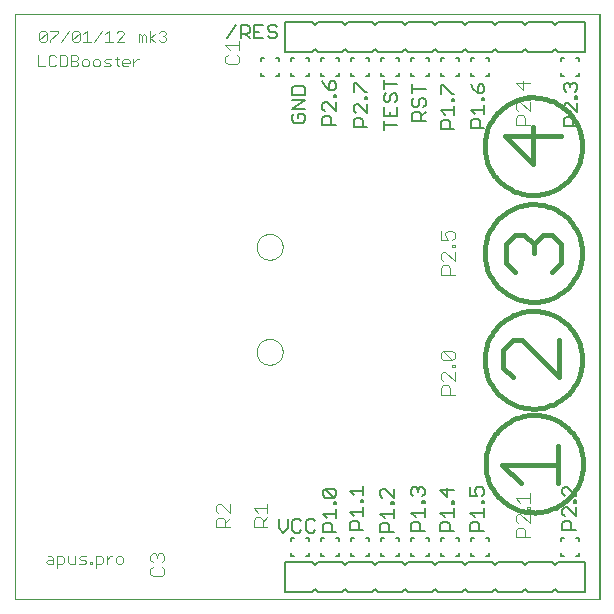
<source format=gto>
G75*
G70*
%OFA0B0*%
%FSLAX24Y24*%
%IPPOS*%
%LPD*%
%AMOC8*
5,1,8,0,0,1.08239X$1,22.5*
%
%ADD10C,0.0000*%
%ADD11C,0.0160*%
%ADD12C,0.0030*%
%ADD13C,0.0040*%
%ADD14C,0.0050*%
%ADD15C,0.0060*%
D10*
X000500Y000750D02*
X020000Y000750D01*
X020000Y020250D01*
X000500Y020250D01*
X000500Y000750D01*
X000500Y020246D01*
X019994Y020246D01*
X019994Y000750D01*
X000500Y000750D01*
X008567Y009000D02*
X008569Y009041D01*
X008575Y009082D01*
X008585Y009122D01*
X008598Y009161D01*
X008615Y009198D01*
X008636Y009234D01*
X008660Y009268D01*
X008687Y009299D01*
X008716Y009327D01*
X008749Y009353D01*
X008783Y009375D01*
X008820Y009394D01*
X008858Y009409D01*
X008898Y009421D01*
X008938Y009429D01*
X008979Y009433D01*
X009021Y009433D01*
X009062Y009429D01*
X009102Y009421D01*
X009142Y009409D01*
X009180Y009394D01*
X009216Y009375D01*
X009251Y009353D01*
X009284Y009327D01*
X009313Y009299D01*
X009340Y009268D01*
X009364Y009234D01*
X009385Y009198D01*
X009402Y009161D01*
X009415Y009122D01*
X009425Y009082D01*
X009431Y009041D01*
X009433Y009000D01*
X009431Y008959D01*
X009425Y008918D01*
X009415Y008878D01*
X009402Y008839D01*
X009385Y008802D01*
X009364Y008766D01*
X009340Y008732D01*
X009313Y008701D01*
X009284Y008673D01*
X009251Y008647D01*
X009217Y008625D01*
X009180Y008606D01*
X009142Y008591D01*
X009102Y008579D01*
X009062Y008571D01*
X009021Y008567D01*
X008979Y008567D01*
X008938Y008571D01*
X008898Y008579D01*
X008858Y008591D01*
X008820Y008606D01*
X008784Y008625D01*
X008749Y008647D01*
X008716Y008673D01*
X008687Y008701D01*
X008660Y008732D01*
X008636Y008766D01*
X008615Y008802D01*
X008598Y008839D01*
X008585Y008878D01*
X008575Y008918D01*
X008569Y008959D01*
X008567Y009000D01*
X008567Y012500D02*
X008569Y012541D01*
X008575Y012582D01*
X008585Y012622D01*
X008598Y012661D01*
X008615Y012698D01*
X008636Y012734D01*
X008660Y012768D01*
X008687Y012799D01*
X008716Y012827D01*
X008749Y012853D01*
X008783Y012875D01*
X008820Y012894D01*
X008858Y012909D01*
X008898Y012921D01*
X008938Y012929D01*
X008979Y012933D01*
X009021Y012933D01*
X009062Y012929D01*
X009102Y012921D01*
X009142Y012909D01*
X009180Y012894D01*
X009216Y012875D01*
X009251Y012853D01*
X009284Y012827D01*
X009313Y012799D01*
X009340Y012768D01*
X009364Y012734D01*
X009385Y012698D01*
X009402Y012661D01*
X009415Y012622D01*
X009425Y012582D01*
X009431Y012541D01*
X009433Y012500D01*
X009431Y012459D01*
X009425Y012418D01*
X009415Y012378D01*
X009402Y012339D01*
X009385Y012302D01*
X009364Y012266D01*
X009340Y012232D01*
X009313Y012201D01*
X009284Y012173D01*
X009251Y012147D01*
X009217Y012125D01*
X009180Y012106D01*
X009142Y012091D01*
X009102Y012079D01*
X009062Y012071D01*
X009021Y012067D01*
X008979Y012067D01*
X008938Y012071D01*
X008898Y012079D01*
X008858Y012091D01*
X008820Y012106D01*
X008784Y012125D01*
X008749Y012147D01*
X008716Y012173D01*
X008687Y012201D01*
X008660Y012232D01*
X008636Y012266D01*
X008615Y012302D01*
X008598Y012339D01*
X008585Y012378D01*
X008575Y012418D01*
X008569Y012459D01*
X008567Y012500D01*
D11*
X016791Y009072D02*
X016791Y008458D01*
X017098Y008151D01*
X016164Y008736D02*
X016166Y008816D01*
X016172Y008897D01*
X016182Y008977D01*
X016196Y009056D01*
X016214Y009134D01*
X016235Y009212D01*
X016261Y009288D01*
X016290Y009363D01*
X016323Y009437D01*
X016359Y009509D01*
X016399Y009578D01*
X016442Y009646D01*
X016489Y009712D01*
X016539Y009775D01*
X016592Y009836D01*
X016648Y009894D01*
X016706Y009949D01*
X016768Y010001D01*
X016831Y010050D01*
X016898Y010096D01*
X016966Y010138D01*
X017036Y010177D01*
X017108Y010213D01*
X017182Y010245D01*
X017258Y010273D01*
X017334Y010298D01*
X017412Y010318D01*
X017491Y010335D01*
X017570Y010348D01*
X017650Y010357D01*
X017731Y010362D01*
X017811Y010363D01*
X017892Y010360D01*
X017972Y010353D01*
X018051Y010342D01*
X018131Y010327D01*
X018209Y010308D01*
X018286Y010286D01*
X018362Y010259D01*
X018437Y010229D01*
X018510Y010196D01*
X018581Y010158D01*
X018651Y010117D01*
X018718Y010073D01*
X018783Y010026D01*
X018845Y009975D01*
X018905Y009921D01*
X018963Y009865D01*
X019017Y009806D01*
X019068Y009744D01*
X019117Y009679D01*
X019162Y009613D01*
X019203Y009544D01*
X019242Y009473D01*
X019276Y009400D01*
X019307Y009326D01*
X019335Y009250D01*
X019358Y009173D01*
X019378Y009095D01*
X019394Y009016D01*
X019406Y008937D01*
X019414Y008857D01*
X019418Y008776D01*
X019418Y008696D01*
X019414Y008615D01*
X019406Y008535D01*
X019394Y008456D01*
X019378Y008377D01*
X019358Y008299D01*
X019335Y008222D01*
X019307Y008146D01*
X019276Y008072D01*
X019242Y007999D01*
X019203Y007928D01*
X019162Y007859D01*
X019117Y007793D01*
X019068Y007728D01*
X019017Y007666D01*
X018963Y007607D01*
X018905Y007551D01*
X018845Y007497D01*
X018783Y007446D01*
X018718Y007399D01*
X018651Y007355D01*
X018581Y007314D01*
X018510Y007276D01*
X018437Y007243D01*
X018362Y007213D01*
X018286Y007186D01*
X018209Y007164D01*
X018131Y007145D01*
X018051Y007130D01*
X017972Y007119D01*
X017892Y007112D01*
X017811Y007109D01*
X017731Y007110D01*
X017650Y007115D01*
X017570Y007124D01*
X017491Y007137D01*
X017412Y007154D01*
X017334Y007174D01*
X017258Y007199D01*
X017182Y007227D01*
X017108Y007259D01*
X017036Y007295D01*
X016966Y007334D01*
X016898Y007376D01*
X016831Y007422D01*
X016768Y007471D01*
X016706Y007523D01*
X016648Y007578D01*
X016592Y007636D01*
X016539Y007697D01*
X016489Y007760D01*
X016442Y007826D01*
X016399Y007894D01*
X016359Y007963D01*
X016323Y008035D01*
X016290Y008109D01*
X016261Y008184D01*
X016235Y008260D01*
X016214Y008338D01*
X016196Y008416D01*
X016182Y008495D01*
X016172Y008575D01*
X016166Y008656D01*
X016164Y008736D01*
X016791Y009072D02*
X017098Y009379D01*
X017405Y009379D01*
X018633Y008151D01*
X018633Y009379D01*
X018412Y011671D02*
X018719Y011977D01*
X018719Y012591D01*
X018412Y012898D01*
X018105Y012898D01*
X017798Y012591D01*
X017798Y012284D01*
X016164Y012295D02*
X016166Y012375D01*
X016172Y012456D01*
X016182Y012536D01*
X016196Y012615D01*
X016214Y012693D01*
X016235Y012771D01*
X016261Y012847D01*
X016290Y012922D01*
X016323Y012996D01*
X016359Y013068D01*
X016399Y013137D01*
X016442Y013205D01*
X016489Y013271D01*
X016539Y013334D01*
X016592Y013395D01*
X016648Y013453D01*
X016706Y013508D01*
X016768Y013560D01*
X016831Y013609D01*
X016898Y013655D01*
X016966Y013697D01*
X017036Y013736D01*
X017108Y013772D01*
X017182Y013804D01*
X017258Y013832D01*
X017334Y013857D01*
X017412Y013877D01*
X017491Y013894D01*
X017570Y013907D01*
X017650Y013916D01*
X017731Y013921D01*
X017811Y013922D01*
X017892Y013919D01*
X017972Y013912D01*
X018051Y013901D01*
X018131Y013886D01*
X018209Y013867D01*
X018286Y013845D01*
X018362Y013818D01*
X018437Y013788D01*
X018510Y013755D01*
X018581Y013717D01*
X018651Y013676D01*
X018718Y013632D01*
X018783Y013585D01*
X018845Y013534D01*
X018905Y013480D01*
X018963Y013424D01*
X019017Y013365D01*
X019068Y013303D01*
X019117Y013238D01*
X019162Y013172D01*
X019203Y013103D01*
X019242Y013032D01*
X019276Y012959D01*
X019307Y012885D01*
X019335Y012809D01*
X019358Y012732D01*
X019378Y012654D01*
X019394Y012575D01*
X019406Y012496D01*
X019414Y012416D01*
X019418Y012335D01*
X019418Y012255D01*
X019414Y012174D01*
X019406Y012094D01*
X019394Y012015D01*
X019378Y011936D01*
X019358Y011858D01*
X019335Y011781D01*
X019307Y011705D01*
X019276Y011631D01*
X019242Y011558D01*
X019203Y011487D01*
X019162Y011418D01*
X019117Y011352D01*
X019068Y011287D01*
X019017Y011225D01*
X018963Y011166D01*
X018905Y011110D01*
X018845Y011056D01*
X018783Y011005D01*
X018718Y010958D01*
X018651Y010914D01*
X018581Y010873D01*
X018510Y010835D01*
X018437Y010802D01*
X018362Y010772D01*
X018286Y010745D01*
X018209Y010723D01*
X018131Y010704D01*
X018051Y010689D01*
X017972Y010678D01*
X017892Y010671D01*
X017811Y010668D01*
X017731Y010669D01*
X017650Y010674D01*
X017570Y010683D01*
X017491Y010696D01*
X017412Y010713D01*
X017334Y010733D01*
X017258Y010758D01*
X017182Y010786D01*
X017108Y010818D01*
X017036Y010854D01*
X016966Y010893D01*
X016898Y010935D01*
X016831Y010981D01*
X016768Y011030D01*
X016706Y011082D01*
X016648Y011137D01*
X016592Y011195D01*
X016539Y011256D01*
X016489Y011319D01*
X016442Y011385D01*
X016399Y011453D01*
X016359Y011522D01*
X016323Y011594D01*
X016290Y011668D01*
X016261Y011743D01*
X016235Y011819D01*
X016214Y011897D01*
X016196Y011975D01*
X016182Y012054D01*
X016172Y012134D01*
X016166Y012215D01*
X016164Y012295D01*
X016878Y012591D02*
X016878Y011977D01*
X017185Y011671D01*
X016878Y012591D02*
X017185Y012898D01*
X017491Y012898D01*
X017798Y012591D01*
X017779Y015269D02*
X017779Y016497D01*
X016164Y015854D02*
X016166Y015934D01*
X016172Y016015D01*
X016182Y016095D01*
X016196Y016174D01*
X016214Y016252D01*
X016235Y016330D01*
X016261Y016406D01*
X016290Y016481D01*
X016323Y016555D01*
X016359Y016627D01*
X016399Y016696D01*
X016442Y016764D01*
X016489Y016830D01*
X016539Y016893D01*
X016592Y016954D01*
X016648Y017012D01*
X016706Y017067D01*
X016768Y017119D01*
X016831Y017168D01*
X016898Y017214D01*
X016966Y017256D01*
X017036Y017295D01*
X017108Y017331D01*
X017182Y017363D01*
X017258Y017391D01*
X017334Y017416D01*
X017412Y017436D01*
X017491Y017453D01*
X017570Y017466D01*
X017650Y017475D01*
X017731Y017480D01*
X017811Y017481D01*
X017892Y017478D01*
X017972Y017471D01*
X018051Y017460D01*
X018131Y017445D01*
X018209Y017426D01*
X018286Y017404D01*
X018362Y017377D01*
X018437Y017347D01*
X018510Y017314D01*
X018581Y017276D01*
X018651Y017235D01*
X018718Y017191D01*
X018783Y017144D01*
X018845Y017093D01*
X018905Y017039D01*
X018963Y016983D01*
X019017Y016924D01*
X019068Y016862D01*
X019117Y016797D01*
X019162Y016731D01*
X019203Y016662D01*
X019242Y016591D01*
X019276Y016518D01*
X019307Y016444D01*
X019335Y016368D01*
X019358Y016291D01*
X019378Y016213D01*
X019394Y016134D01*
X019406Y016055D01*
X019414Y015975D01*
X019418Y015894D01*
X019418Y015814D01*
X019414Y015733D01*
X019406Y015653D01*
X019394Y015574D01*
X019378Y015495D01*
X019358Y015417D01*
X019335Y015340D01*
X019307Y015264D01*
X019276Y015190D01*
X019242Y015117D01*
X019203Y015046D01*
X019162Y014977D01*
X019117Y014911D01*
X019068Y014846D01*
X019017Y014784D01*
X018963Y014725D01*
X018905Y014669D01*
X018845Y014615D01*
X018783Y014564D01*
X018718Y014517D01*
X018651Y014473D01*
X018581Y014432D01*
X018510Y014394D01*
X018437Y014361D01*
X018362Y014331D01*
X018286Y014304D01*
X018209Y014282D01*
X018131Y014263D01*
X018051Y014248D01*
X017972Y014237D01*
X017892Y014230D01*
X017811Y014227D01*
X017731Y014228D01*
X017650Y014233D01*
X017570Y014242D01*
X017491Y014255D01*
X017412Y014272D01*
X017334Y014292D01*
X017258Y014317D01*
X017182Y014345D01*
X017108Y014377D01*
X017036Y014413D01*
X016966Y014452D01*
X016898Y014494D01*
X016831Y014540D01*
X016768Y014589D01*
X016706Y014641D01*
X016648Y014696D01*
X016592Y014754D01*
X016539Y014815D01*
X016489Y014878D01*
X016442Y014944D01*
X016399Y015012D01*
X016359Y015081D01*
X016323Y015153D01*
X016290Y015227D01*
X016261Y015302D01*
X016235Y015378D01*
X016214Y015456D01*
X016196Y015534D01*
X016182Y015613D01*
X016172Y015693D01*
X016166Y015774D01*
X016164Y015854D01*
X016858Y016190D02*
X017779Y015269D01*
X018700Y016190D02*
X016858Y016190D01*
X018597Y005851D02*
X018597Y004623D01*
X018597Y005237D02*
X016756Y005237D01*
X017369Y004623D01*
X016196Y005272D02*
X016198Y005352D01*
X016204Y005433D01*
X016214Y005513D01*
X016228Y005592D01*
X016246Y005670D01*
X016267Y005748D01*
X016293Y005824D01*
X016322Y005899D01*
X016355Y005973D01*
X016391Y006045D01*
X016431Y006114D01*
X016474Y006182D01*
X016521Y006248D01*
X016571Y006311D01*
X016624Y006372D01*
X016680Y006430D01*
X016738Y006485D01*
X016800Y006537D01*
X016863Y006586D01*
X016930Y006632D01*
X016998Y006674D01*
X017068Y006713D01*
X017140Y006749D01*
X017214Y006781D01*
X017290Y006809D01*
X017366Y006834D01*
X017444Y006854D01*
X017523Y006871D01*
X017602Y006884D01*
X017682Y006893D01*
X017763Y006898D01*
X017843Y006899D01*
X017924Y006896D01*
X018004Y006889D01*
X018083Y006878D01*
X018163Y006863D01*
X018241Y006844D01*
X018318Y006822D01*
X018394Y006795D01*
X018469Y006765D01*
X018542Y006732D01*
X018613Y006694D01*
X018683Y006653D01*
X018750Y006609D01*
X018815Y006562D01*
X018877Y006511D01*
X018937Y006457D01*
X018995Y006401D01*
X019049Y006342D01*
X019100Y006280D01*
X019149Y006215D01*
X019194Y006149D01*
X019235Y006080D01*
X019274Y006009D01*
X019308Y005936D01*
X019339Y005862D01*
X019367Y005786D01*
X019390Y005709D01*
X019410Y005631D01*
X019426Y005552D01*
X019438Y005473D01*
X019446Y005393D01*
X019450Y005312D01*
X019450Y005232D01*
X019446Y005151D01*
X019438Y005071D01*
X019426Y004992D01*
X019410Y004913D01*
X019390Y004835D01*
X019367Y004758D01*
X019339Y004682D01*
X019308Y004608D01*
X019274Y004535D01*
X019235Y004464D01*
X019194Y004395D01*
X019149Y004329D01*
X019100Y004264D01*
X019049Y004202D01*
X018995Y004143D01*
X018937Y004087D01*
X018877Y004033D01*
X018815Y003982D01*
X018750Y003935D01*
X018683Y003891D01*
X018613Y003850D01*
X018542Y003812D01*
X018469Y003779D01*
X018394Y003749D01*
X018318Y003722D01*
X018241Y003700D01*
X018163Y003681D01*
X018083Y003666D01*
X018004Y003655D01*
X017924Y003648D01*
X017843Y003645D01*
X017763Y003646D01*
X017682Y003651D01*
X017602Y003660D01*
X017523Y003673D01*
X017444Y003690D01*
X017366Y003710D01*
X017290Y003735D01*
X017214Y003763D01*
X017140Y003795D01*
X017068Y003831D01*
X016998Y003870D01*
X016930Y003912D01*
X016863Y003958D01*
X016800Y004007D01*
X016738Y004059D01*
X016680Y004114D01*
X016624Y004172D01*
X016571Y004233D01*
X016521Y004296D01*
X016474Y004362D01*
X016431Y004430D01*
X016391Y004499D01*
X016355Y004571D01*
X016322Y004645D01*
X016293Y004720D01*
X016267Y004796D01*
X016246Y004874D01*
X016228Y004952D01*
X016214Y005031D01*
X016204Y005111D01*
X016198Y005192D01*
X016196Y005272D01*
D12*
X004118Y002117D02*
X004118Y001994D01*
X004056Y001932D01*
X003933Y001932D01*
X003871Y001994D01*
X003871Y002117D01*
X003933Y002179D01*
X004056Y002179D01*
X004118Y002117D01*
X003750Y002179D02*
X003688Y002179D01*
X003564Y002056D01*
X003564Y002179D02*
X003564Y001932D01*
X003443Y001994D02*
X003443Y002117D01*
X003381Y002179D01*
X003196Y002179D01*
X003196Y001809D01*
X003196Y001932D02*
X003381Y001932D01*
X003443Y001994D01*
X003074Y001994D02*
X003074Y001932D01*
X003012Y001932D01*
X003012Y001994D01*
X003074Y001994D01*
X002890Y001994D02*
X002829Y002056D01*
X002705Y002056D01*
X002644Y002117D01*
X002705Y002179D01*
X002890Y002179D01*
X002890Y001994D02*
X002829Y001932D01*
X002644Y001932D01*
X002522Y001932D02*
X002522Y002179D01*
X002522Y001932D02*
X002337Y001932D01*
X002275Y001994D01*
X002275Y002179D01*
X002154Y002117D02*
X002154Y001994D01*
X002092Y001932D01*
X001907Y001932D01*
X001785Y001932D02*
X001600Y001932D01*
X001539Y001994D01*
X001600Y002056D01*
X001785Y002056D01*
X001785Y002117D02*
X001785Y001932D01*
X001907Y001809D02*
X001907Y002179D01*
X002092Y002179D01*
X002154Y002117D01*
X001785Y002117D02*
X001724Y002179D01*
X001600Y002179D01*
X001512Y018515D02*
X001265Y018515D01*
X001265Y018885D01*
X001633Y018824D02*
X001633Y018577D01*
X001695Y018515D01*
X001818Y018515D01*
X001880Y018577D01*
X002002Y018515D02*
X002187Y018515D01*
X002249Y018577D01*
X002249Y018824D01*
X002187Y018885D01*
X002002Y018885D01*
X002002Y018515D01*
X002370Y018515D02*
X002555Y018515D01*
X002617Y018577D01*
X002617Y018638D01*
X002555Y018700D01*
X002370Y018700D01*
X002370Y018515D02*
X002370Y018885D01*
X002555Y018885D01*
X002617Y018824D01*
X002617Y018762D01*
X002555Y018700D01*
X002738Y018700D02*
X002800Y018762D01*
X002923Y018762D01*
X002985Y018700D01*
X002985Y018577D01*
X002923Y018515D01*
X002800Y018515D01*
X002738Y018577D01*
X002738Y018700D01*
X003107Y018700D02*
X003168Y018762D01*
X003292Y018762D01*
X003353Y018700D01*
X003353Y018577D01*
X003292Y018515D01*
X003168Y018515D01*
X003107Y018577D01*
X003107Y018700D01*
X003475Y018700D02*
X003537Y018762D01*
X003722Y018762D01*
X003843Y018762D02*
X003967Y018762D01*
X003905Y018824D02*
X003905Y018577D01*
X003967Y018515D01*
X004089Y018577D02*
X004150Y018515D01*
X004274Y018515D01*
X004336Y018638D02*
X004089Y018638D01*
X004089Y018577D02*
X004089Y018700D01*
X004150Y018762D01*
X004274Y018762D01*
X004336Y018700D01*
X004336Y018638D01*
X004457Y018638D02*
X004580Y018762D01*
X004642Y018762D01*
X004457Y018762D02*
X004457Y018515D01*
X003722Y018577D02*
X003660Y018638D01*
X003537Y018638D01*
X003475Y018700D01*
X003475Y018515D02*
X003660Y018515D01*
X003722Y018577D01*
X003775Y019332D02*
X003528Y019332D01*
X003651Y019332D02*
X003651Y019702D01*
X003528Y019579D01*
X003407Y019702D02*
X003160Y019332D01*
X003038Y019332D02*
X002791Y019332D01*
X002915Y019332D02*
X002915Y019702D01*
X002791Y019579D01*
X002670Y019641D02*
X002670Y019394D01*
X002608Y019332D01*
X002485Y019332D01*
X002423Y019394D01*
X002670Y019641D01*
X002608Y019702D01*
X002485Y019702D01*
X002423Y019641D01*
X002423Y019394D01*
X002302Y019702D02*
X002055Y019332D01*
X001933Y019641D02*
X001686Y019394D01*
X001686Y019332D01*
X001565Y019394D02*
X001503Y019332D01*
X001380Y019332D01*
X001318Y019394D01*
X001565Y019641D01*
X001565Y019394D01*
X001565Y019641D02*
X001503Y019702D01*
X001380Y019702D01*
X001318Y019641D01*
X001318Y019394D01*
X001686Y019702D02*
X001933Y019702D01*
X001933Y019641D01*
X001818Y018885D02*
X001695Y018885D01*
X001633Y018824D01*
X001818Y018885D02*
X001880Y018824D01*
X003896Y019332D02*
X004143Y019579D01*
X004143Y019641D01*
X004082Y019702D01*
X003958Y019702D01*
X003896Y019641D01*
X003896Y019332D02*
X004143Y019332D01*
X004633Y019332D02*
X004633Y019579D01*
X004695Y019579D01*
X004756Y019517D01*
X004818Y019579D01*
X004880Y019517D01*
X004880Y019332D01*
X005001Y019332D02*
X005001Y019702D01*
X005186Y019579D02*
X005001Y019455D01*
X005186Y019332D01*
X005308Y019394D02*
X005370Y019332D01*
X005493Y019332D01*
X005555Y019394D01*
X005555Y019455D01*
X005493Y019517D01*
X005432Y019517D01*
X005493Y019517D02*
X005555Y019579D01*
X005555Y019641D01*
X005493Y019702D01*
X005370Y019702D01*
X005308Y019641D01*
X004756Y019517D02*
X004756Y019332D01*
D13*
X007520Y019213D02*
X007673Y019060D01*
X007596Y018906D02*
X007520Y018829D01*
X007520Y018676D01*
X007596Y018599D01*
X007903Y018599D01*
X007980Y018676D01*
X007980Y018829D01*
X007903Y018906D01*
X007980Y019060D02*
X007980Y019367D01*
X007980Y019213D02*
X007520Y019213D01*
X014705Y013033D02*
X014705Y012726D01*
X014935Y012726D01*
X014858Y012880D01*
X014858Y012956D01*
X014935Y013033D01*
X015088Y013033D01*
X015165Y012956D01*
X015165Y012803D01*
X015088Y012726D01*
X015088Y012573D02*
X015165Y012573D01*
X015165Y012496D01*
X015088Y012496D01*
X015088Y012573D01*
X015165Y012342D02*
X015165Y012036D01*
X014858Y012342D01*
X014781Y012342D01*
X014705Y012266D01*
X014705Y012112D01*
X014781Y012036D01*
X014781Y011882D02*
X014935Y011882D01*
X015012Y011805D01*
X015012Y011575D01*
X015165Y011575D02*
X014705Y011575D01*
X014705Y011805D01*
X014781Y011882D01*
X014781Y009033D02*
X015088Y008726D01*
X015165Y008803D01*
X015165Y008956D01*
X015088Y009033D01*
X014781Y009033D01*
X014705Y008956D01*
X014705Y008803D01*
X014781Y008726D01*
X015088Y008726D01*
X015088Y008573D02*
X015165Y008573D01*
X015165Y008496D01*
X015088Y008496D01*
X015088Y008573D01*
X015165Y008342D02*
X015165Y008036D01*
X014858Y008342D01*
X014781Y008342D01*
X014705Y008266D01*
X014705Y008112D01*
X014781Y008036D01*
X014781Y007882D02*
X014935Y007882D01*
X015012Y007805D01*
X015012Y007575D01*
X015165Y007575D02*
X014705Y007575D01*
X014705Y007805D01*
X014781Y007882D01*
X017665Y004283D02*
X017665Y003976D01*
X017665Y003823D02*
X017665Y003746D01*
X017588Y003746D01*
X017588Y003823D01*
X017665Y003823D01*
X017665Y003592D02*
X017665Y003286D01*
X017358Y003592D01*
X017281Y003592D01*
X017205Y003516D01*
X017205Y003362D01*
X017281Y003286D01*
X017281Y003132D02*
X017435Y003132D01*
X017512Y003055D01*
X017512Y002825D01*
X017665Y002825D02*
X017205Y002825D01*
X017205Y003055D01*
X017281Y003132D01*
X017358Y003976D02*
X017205Y004130D01*
X017665Y004130D01*
X008923Y003941D02*
X008923Y003634D01*
X008923Y003787D02*
X008463Y003787D01*
X008616Y003634D01*
X008539Y003480D02*
X008693Y003480D01*
X008769Y003404D01*
X008769Y003174D01*
X008769Y003327D02*
X008923Y003480D01*
X008923Y003174D02*
X008463Y003174D01*
X008463Y003404D01*
X008539Y003480D01*
X007673Y003465D02*
X007519Y003311D01*
X007519Y003388D02*
X007519Y003158D01*
X007673Y003158D02*
X007213Y003158D01*
X007213Y003388D01*
X007289Y003465D01*
X007443Y003465D01*
X007519Y003388D01*
X007673Y003618D02*
X007366Y003925D01*
X007289Y003925D01*
X007213Y003848D01*
X007213Y003695D01*
X007289Y003618D01*
X007673Y003618D02*
X007673Y003925D01*
X005480Y002211D02*
X005480Y002057D01*
X005403Y001980D01*
X005403Y001827D02*
X005480Y001750D01*
X005480Y001597D01*
X005403Y001520D01*
X005096Y001520D01*
X005020Y001597D01*
X005020Y001750D01*
X005096Y001827D01*
X005096Y001980D02*
X005020Y002057D01*
X005020Y002211D01*
X005096Y002287D01*
X005173Y002287D01*
X005250Y002211D01*
X005327Y002287D01*
X005403Y002287D01*
X005480Y002211D01*
X005250Y002211D02*
X005250Y002134D01*
X017205Y016575D02*
X017205Y016805D01*
X017281Y016882D01*
X017435Y016882D01*
X017512Y016805D01*
X017512Y016575D01*
X017665Y016575D02*
X017205Y016575D01*
X017281Y017036D02*
X017205Y017112D01*
X017205Y017266D01*
X017281Y017342D01*
X017358Y017342D01*
X017665Y017036D01*
X017665Y017342D01*
X017665Y017496D02*
X017665Y017573D01*
X017588Y017573D01*
X017588Y017496D01*
X017665Y017496D01*
X017435Y017726D02*
X017435Y018033D01*
X017665Y017956D02*
X017205Y017956D01*
X017435Y017726D01*
D14*
X016154Y017691D02*
X016154Y017841D01*
X016079Y017916D01*
X016004Y017916D01*
X015929Y017841D01*
X015929Y017616D01*
X016079Y017616D01*
X016154Y017691D01*
X016154Y017461D02*
X016079Y017461D01*
X016079Y017386D01*
X016154Y017386D01*
X016154Y017461D01*
X016154Y017226D02*
X016154Y016926D01*
X016154Y017076D02*
X015703Y017076D01*
X015853Y016926D01*
X015778Y016765D02*
X015929Y016765D01*
X016004Y016690D01*
X016004Y016465D01*
X016154Y016465D02*
X015703Y016465D01*
X015703Y016690D01*
X015778Y016765D01*
X015162Y016902D02*
X015162Y017202D01*
X015162Y017052D02*
X014711Y017052D01*
X014861Y016902D01*
X014786Y016742D02*
X014936Y016742D01*
X015011Y016667D01*
X015011Y016442D01*
X015162Y016442D02*
X014711Y016442D01*
X014711Y016667D01*
X014786Y016742D01*
X014201Y016701D02*
X013751Y016701D01*
X013751Y016927D01*
X013826Y017002D01*
X013976Y017002D01*
X014051Y016927D01*
X014051Y016701D01*
X014051Y016852D02*
X014201Y017002D01*
X014126Y017162D02*
X014201Y017237D01*
X014201Y017387D01*
X014126Y017462D01*
X014051Y017462D01*
X013976Y017387D01*
X013976Y017237D01*
X013901Y017162D01*
X013826Y017162D01*
X013751Y017237D01*
X013751Y017387D01*
X013826Y017462D01*
X013751Y017622D02*
X013751Y017922D01*
X013751Y017772D02*
X014201Y017772D01*
X014711Y017893D02*
X014711Y017593D01*
X014711Y017893D02*
X014786Y017893D01*
X015087Y017593D01*
X015162Y017593D01*
X015162Y017437D02*
X015087Y017437D01*
X015087Y017362D01*
X015162Y017362D01*
X015162Y017437D01*
X015778Y017766D02*
X015929Y017616D01*
X015778Y017766D02*
X015703Y017916D01*
X015600Y019000D02*
X016400Y019000D01*
X016500Y019100D01*
X016600Y019000D01*
X017400Y019000D01*
X017500Y019100D01*
X017600Y019000D01*
X018400Y019000D01*
X018500Y019100D01*
X018600Y019000D01*
X019500Y019000D01*
X019500Y020000D01*
X018600Y020000D01*
X018500Y019900D01*
X018400Y020000D01*
X017600Y020000D01*
X017500Y019900D01*
X017400Y020000D01*
X016600Y020000D01*
X016500Y019900D01*
X016400Y020000D01*
X015600Y020000D01*
X015500Y019900D01*
X015400Y020000D01*
X014600Y020000D01*
X014500Y019900D01*
X014400Y020000D01*
X013600Y020000D01*
X013500Y019900D01*
X013400Y020000D01*
X012600Y020000D01*
X012500Y019900D01*
X012400Y020000D01*
X011600Y020000D01*
X011500Y019900D01*
X011400Y020000D01*
X010600Y020000D01*
X010500Y019900D01*
X010400Y020000D01*
X009500Y020000D01*
X009500Y019000D01*
X010400Y019000D01*
X010500Y019100D01*
X010600Y019000D01*
X011400Y019000D01*
X011500Y019100D01*
X011600Y019000D01*
X012400Y019000D01*
X012500Y019100D01*
X012600Y019000D01*
X013400Y019000D01*
X013500Y019100D01*
X013600Y019000D01*
X014400Y019000D01*
X014500Y019100D01*
X014600Y019000D01*
X015400Y019000D01*
X015500Y019100D01*
X015600Y019000D01*
X013248Y017928D02*
X012798Y017928D01*
X012798Y018078D02*
X012798Y017777D01*
X012873Y017617D02*
X012798Y017542D01*
X012798Y017392D01*
X012873Y017317D01*
X012948Y017317D01*
X013023Y017392D01*
X013023Y017542D01*
X013098Y017617D01*
X013173Y017617D01*
X013248Y017542D01*
X013248Y017392D01*
X013173Y017317D01*
X013248Y017157D02*
X013248Y016857D01*
X012798Y016857D01*
X012798Y017157D01*
X013023Y017007D02*
X013023Y016857D01*
X012798Y016697D02*
X012798Y016396D01*
X012798Y016546D02*
X013248Y016546D01*
X012248Y016497D02*
X011798Y016497D01*
X011798Y016722D01*
X011873Y016797D01*
X012023Y016797D01*
X012098Y016722D01*
X012098Y016497D01*
X012248Y016957D02*
X011948Y017257D01*
X011873Y017257D01*
X011798Y017182D01*
X011798Y017032D01*
X011873Y016957D01*
X012248Y016957D02*
X012248Y017257D01*
X012248Y017417D02*
X012248Y017493D01*
X012173Y017493D01*
X012173Y017417D01*
X012248Y017417D01*
X012248Y017648D02*
X012173Y017648D01*
X011873Y017948D01*
X011798Y017948D01*
X011798Y017648D01*
X011209Y017563D02*
X011209Y017488D01*
X011134Y017488D01*
X011134Y017563D01*
X011209Y017563D01*
X011134Y017719D02*
X011209Y017794D01*
X011209Y017944D01*
X011134Y018019D01*
X011059Y018019D01*
X010984Y017944D01*
X010984Y017719D01*
X011134Y017719D01*
X010984Y017719D02*
X010834Y017869D01*
X010758Y018019D01*
X010185Y017784D02*
X010185Y017559D01*
X009735Y017559D01*
X009735Y017784D01*
X009810Y017859D01*
X010110Y017859D01*
X010185Y017784D01*
X010185Y017399D02*
X009735Y017399D01*
X009735Y017099D02*
X010185Y017399D01*
X010185Y017099D02*
X009735Y017099D01*
X009810Y016939D02*
X009735Y016864D01*
X009735Y016713D01*
X009810Y016638D01*
X010110Y016638D01*
X010185Y016713D01*
X010185Y016864D01*
X010110Y016939D01*
X009960Y016939D01*
X009960Y016789D01*
X010758Y016793D02*
X010758Y016568D01*
X011209Y016568D01*
X011059Y016568D02*
X011059Y016793D01*
X010984Y016868D01*
X010834Y016868D01*
X010758Y016793D01*
X010834Y017028D02*
X010758Y017103D01*
X010758Y017253D01*
X010834Y017328D01*
X010909Y017328D01*
X011209Y017028D01*
X011209Y017328D01*
X009176Y019452D02*
X009026Y019452D01*
X008951Y019527D01*
X009026Y019677D02*
X009176Y019677D01*
X009251Y019602D01*
X009251Y019527D01*
X009176Y019452D01*
X009026Y019677D02*
X008951Y019752D01*
X008951Y019827D01*
X009026Y019902D01*
X009176Y019902D01*
X009251Y019827D01*
X008791Y019902D02*
X008491Y019902D01*
X008491Y019452D01*
X008791Y019452D01*
X008641Y019677D02*
X008491Y019677D01*
X008331Y019677D02*
X008331Y019827D01*
X008256Y019902D01*
X008030Y019902D01*
X008030Y019452D01*
X008030Y019602D02*
X008256Y019602D01*
X008331Y019677D01*
X008181Y019602D02*
X008331Y019452D01*
X007870Y019902D02*
X007570Y019452D01*
X018799Y017901D02*
X018874Y017976D01*
X018949Y017976D01*
X019024Y017901D01*
X019099Y017976D01*
X019174Y017976D01*
X019249Y017901D01*
X019249Y017751D01*
X019174Y017676D01*
X019174Y017520D02*
X019249Y017520D01*
X019249Y017445D01*
X019174Y017445D01*
X019174Y017520D01*
X019249Y017285D02*
X019249Y016985D01*
X018949Y017285D01*
X018874Y017285D01*
X018799Y017210D01*
X018799Y017060D01*
X018874Y016985D01*
X018874Y016825D02*
X018799Y016750D01*
X018799Y016525D01*
X019249Y016525D01*
X019099Y016525D02*
X019099Y016750D01*
X019024Y016825D01*
X018874Y016825D01*
X018874Y017676D02*
X018799Y017751D01*
X018799Y017901D01*
X019024Y017901D02*
X019024Y017826D01*
X018909Y004507D02*
X018834Y004507D01*
X018758Y004432D01*
X018758Y004282D01*
X018834Y004207D01*
X018909Y004507D02*
X019209Y004207D01*
X019209Y004507D01*
X019209Y004052D02*
X019209Y003976D01*
X019134Y003976D01*
X019134Y004052D01*
X019209Y004052D01*
X019209Y003816D02*
X019209Y003516D01*
X018909Y003816D01*
X018834Y003816D01*
X018758Y003741D01*
X018758Y003591D01*
X018834Y003516D01*
X018834Y003356D02*
X018758Y003281D01*
X018758Y003056D01*
X019209Y003056D01*
X019059Y003056D02*
X019059Y003281D01*
X018984Y003356D01*
X018834Y003356D01*
X018600Y002000D02*
X018500Y001900D01*
X018400Y002000D01*
X017600Y002000D01*
X017500Y001900D01*
X017400Y002000D01*
X016600Y002000D01*
X016500Y001900D01*
X016400Y002000D01*
X015600Y002000D01*
X015500Y001900D01*
X015400Y002000D01*
X014600Y002000D01*
X014500Y001900D01*
X014400Y002000D01*
X013600Y002000D01*
X013500Y001900D01*
X013400Y002000D01*
X012600Y002000D01*
X012500Y001900D01*
X012400Y002000D01*
X011600Y002000D01*
X011500Y001900D01*
X011400Y002000D01*
X010600Y002000D01*
X010500Y001900D01*
X010400Y002000D01*
X009500Y002000D01*
X009500Y001000D01*
X010400Y001000D01*
X010500Y001100D01*
X010600Y001000D01*
X011400Y001000D01*
X011500Y001100D01*
X011600Y001000D01*
X012400Y001000D01*
X012500Y001100D01*
X012600Y001000D01*
X013400Y001000D01*
X013500Y001100D01*
X013600Y001000D01*
X014400Y001000D01*
X014500Y001100D01*
X014600Y001000D01*
X015400Y001000D01*
X015500Y001100D01*
X015600Y001000D01*
X016400Y001000D01*
X016500Y001100D01*
X016600Y001000D01*
X017400Y001000D01*
X017500Y001100D01*
X017600Y001000D01*
X018400Y001000D01*
X018500Y001100D01*
X018600Y001000D01*
X019500Y001000D01*
X019500Y002000D01*
X018600Y002000D01*
X016138Y003032D02*
X015688Y003032D01*
X015688Y003257D01*
X015763Y003332D01*
X015913Y003332D01*
X015988Y003257D01*
X015988Y003032D01*
X016138Y003492D02*
X016138Y003793D01*
X016138Y003643D02*
X015688Y003643D01*
X015838Y003492D01*
X016063Y003953D02*
X016063Y004028D01*
X016138Y004028D01*
X016138Y003953D01*
X016063Y003953D01*
X016063Y004183D02*
X016138Y004258D01*
X016138Y004408D01*
X016063Y004483D01*
X015913Y004483D01*
X015838Y004408D01*
X015838Y004333D01*
X015913Y004183D01*
X015688Y004183D01*
X015688Y004483D01*
X015146Y004400D02*
X014695Y004400D01*
X014921Y004175D01*
X014921Y004475D01*
X015071Y004020D02*
X015146Y004020D01*
X015146Y003945D01*
X015071Y003945D01*
X015071Y004020D01*
X015146Y003785D02*
X015146Y003485D01*
X015146Y003635D02*
X014695Y003635D01*
X014846Y003485D01*
X014771Y003324D02*
X014921Y003324D01*
X014996Y003249D01*
X014996Y003024D01*
X015146Y003024D02*
X014695Y003024D01*
X014695Y003249D01*
X014771Y003324D01*
X014169Y003492D02*
X014169Y003793D01*
X014169Y003643D02*
X013719Y003643D01*
X013869Y003492D01*
X013794Y003332D02*
X013944Y003332D01*
X014019Y003257D01*
X014019Y003032D01*
X014169Y003032D02*
X013719Y003032D01*
X013719Y003257D01*
X013794Y003332D01*
X013130Y003453D02*
X013130Y003753D01*
X013130Y003603D02*
X012680Y003603D01*
X012830Y003453D01*
X012755Y003293D02*
X012905Y003293D01*
X012980Y003218D01*
X012980Y002993D01*
X013130Y002993D02*
X012680Y002993D01*
X012680Y003218D01*
X012755Y003293D01*
X012122Y003064D02*
X011672Y003064D01*
X011672Y003289D01*
X011747Y003364D01*
X011897Y003364D01*
X011972Y003289D01*
X011972Y003064D01*
X011822Y003524D02*
X011672Y003674D01*
X012122Y003674D01*
X012122Y003524D02*
X012122Y003824D01*
X012122Y003984D02*
X012122Y004059D01*
X012047Y004059D01*
X012047Y003984D01*
X012122Y003984D01*
X012122Y004215D02*
X012122Y004515D01*
X012122Y004365D02*
X011672Y004365D01*
X011822Y004215D01*
X011225Y004219D02*
X011150Y004144D01*
X010849Y004444D01*
X011150Y004444D01*
X011225Y004369D01*
X011225Y004219D01*
X011150Y004144D02*
X010849Y004144D01*
X010774Y004219D01*
X010774Y004369D01*
X010849Y004444D01*
X011150Y003989D02*
X011225Y003989D01*
X011225Y003914D01*
X011150Y003914D01*
X011150Y003989D01*
X011225Y003753D02*
X011225Y003453D01*
X011225Y003603D02*
X010774Y003603D01*
X010924Y003453D01*
X010849Y003293D02*
X010999Y003293D01*
X011074Y003218D01*
X011074Y002993D01*
X011225Y002993D02*
X010774Y002993D01*
X010774Y003218D01*
X010849Y003293D01*
X010521Y003348D02*
X010446Y003423D01*
X010296Y003423D01*
X010221Y003348D01*
X010221Y003047D01*
X010296Y002972D01*
X010446Y002972D01*
X010521Y003047D01*
X010060Y003047D02*
X009985Y002972D01*
X009835Y002972D01*
X009760Y003047D01*
X009760Y003348D01*
X009835Y003423D01*
X009985Y003423D01*
X010060Y003348D01*
X009600Y003423D02*
X009600Y003122D01*
X009450Y002972D01*
X009300Y003122D01*
X009300Y003423D01*
X012680Y004219D02*
X012755Y004144D01*
X012680Y004219D02*
X012680Y004369D01*
X012755Y004444D01*
X012830Y004444D01*
X013130Y004144D01*
X013130Y004444D01*
X013130Y003989D02*
X013055Y003989D01*
X013055Y003914D01*
X013130Y003914D01*
X013130Y003989D01*
X013719Y004258D02*
X013719Y004408D01*
X013794Y004483D01*
X013869Y004483D01*
X013944Y004408D01*
X014019Y004483D01*
X014094Y004483D01*
X014169Y004408D01*
X014169Y004258D01*
X014094Y004183D01*
X014094Y004028D02*
X014169Y004028D01*
X014169Y003953D01*
X014094Y003953D01*
X014094Y004028D01*
X013794Y004183D02*
X013719Y004258D01*
X013944Y004333D02*
X013944Y004408D01*
D15*
X013800Y002800D02*
X013700Y002800D01*
X013700Y002700D01*
X013700Y002300D02*
X013700Y002200D01*
X013800Y002200D01*
X014200Y002200D02*
X014300Y002200D01*
X014300Y002300D01*
X014300Y002700D02*
X014300Y002800D01*
X014200Y002800D01*
X014700Y002800D02*
X014700Y002700D01*
X014700Y002800D02*
X014800Y002800D01*
X015200Y002800D02*
X015300Y002800D01*
X015300Y002700D01*
X015300Y002300D02*
X015300Y002200D01*
X015200Y002200D01*
X014800Y002200D02*
X014700Y002200D01*
X014700Y002300D01*
X015700Y002300D02*
X015700Y002200D01*
X015800Y002200D01*
X016200Y002200D02*
X016300Y002200D01*
X016300Y002300D01*
X016300Y002700D02*
X016300Y002800D01*
X016200Y002800D01*
X015800Y002800D02*
X015700Y002800D01*
X015700Y002700D01*
X013300Y002700D02*
X013300Y002800D01*
X013200Y002800D01*
X012800Y002800D02*
X012700Y002800D01*
X012700Y002700D01*
X012700Y002300D02*
X012700Y002200D01*
X012800Y002200D01*
X013200Y002200D02*
X013300Y002200D01*
X013300Y002300D01*
X012300Y002300D02*
X012300Y002200D01*
X012200Y002200D01*
X011800Y002200D02*
X011700Y002200D01*
X011700Y002300D01*
X011700Y002700D02*
X011700Y002800D01*
X011800Y002800D01*
X012200Y002800D02*
X012300Y002800D01*
X012300Y002700D01*
X011300Y002700D02*
X011300Y002800D01*
X011200Y002800D01*
X010800Y002800D02*
X010700Y002800D01*
X010700Y002700D01*
X010700Y002300D02*
X010700Y002200D01*
X010800Y002200D01*
X011200Y002200D02*
X011300Y002200D01*
X011300Y002300D01*
X010300Y002300D02*
X010300Y002200D01*
X010200Y002200D01*
X009800Y002200D02*
X009700Y002200D01*
X009700Y002300D01*
X009700Y002700D02*
X009700Y002800D01*
X009800Y002800D01*
X010200Y002800D02*
X010300Y002800D01*
X010300Y002700D01*
X018700Y002800D02*
X018700Y002700D01*
X018700Y002800D02*
X018800Y002800D01*
X019200Y002800D02*
X019300Y002800D01*
X019300Y002700D01*
X019300Y002300D02*
X019300Y002200D01*
X019200Y002200D01*
X018800Y002200D02*
X018700Y002200D01*
X018700Y002300D01*
X018700Y018200D02*
X018800Y018200D01*
X018700Y018200D02*
X018700Y018300D01*
X018700Y018700D02*
X018700Y018800D01*
X018800Y018800D01*
X019200Y018800D02*
X019300Y018800D01*
X019300Y018700D01*
X019300Y018300D02*
X019300Y018200D01*
X019200Y018200D01*
X016300Y018200D02*
X016300Y018300D01*
X016300Y018200D02*
X016200Y018200D01*
X015800Y018200D02*
X015700Y018200D01*
X015700Y018300D01*
X015700Y018700D02*
X015700Y018800D01*
X015800Y018800D01*
X016200Y018800D02*
X016300Y018800D01*
X016300Y018700D01*
X015300Y018700D02*
X015300Y018800D01*
X015200Y018800D01*
X014800Y018800D02*
X014700Y018800D01*
X014700Y018700D01*
X014700Y018300D02*
X014700Y018200D01*
X014800Y018200D01*
X015200Y018200D02*
X015300Y018200D01*
X015300Y018300D01*
X014300Y018300D02*
X014300Y018200D01*
X014200Y018200D01*
X013800Y018200D02*
X013700Y018200D01*
X013700Y018300D01*
X013700Y018700D02*
X013700Y018800D01*
X013800Y018800D01*
X014200Y018800D02*
X014300Y018800D01*
X014300Y018700D01*
X013300Y018700D02*
X013300Y018800D01*
X013200Y018800D01*
X012800Y018800D02*
X012700Y018800D01*
X012700Y018700D01*
X012700Y018300D02*
X012700Y018200D01*
X012800Y018200D01*
X013200Y018200D02*
X013300Y018200D01*
X013300Y018300D01*
X012300Y018300D02*
X012300Y018200D01*
X012200Y018200D01*
X011800Y018200D02*
X011700Y018200D01*
X011700Y018300D01*
X011700Y018700D02*
X011700Y018800D01*
X011800Y018800D01*
X012200Y018800D02*
X012300Y018800D01*
X012300Y018700D01*
X011300Y018700D02*
X011300Y018800D01*
X011200Y018800D01*
X010800Y018800D02*
X010700Y018800D01*
X010700Y018700D01*
X010700Y018300D02*
X010700Y018200D01*
X010800Y018200D01*
X011200Y018200D02*
X011300Y018200D01*
X011300Y018300D01*
X010300Y018300D02*
X010300Y018200D01*
X010200Y018200D01*
X009800Y018200D02*
X009700Y018200D01*
X009700Y018300D01*
X009700Y018700D02*
X009700Y018800D01*
X009800Y018800D01*
X010200Y018800D02*
X010300Y018800D01*
X010300Y018700D01*
X009300Y018700D02*
X009300Y018800D01*
X009200Y018800D01*
X008800Y018800D02*
X008700Y018800D01*
X008700Y018700D01*
X008700Y018300D02*
X008700Y018200D01*
X008800Y018200D01*
X009200Y018200D02*
X009300Y018200D01*
X009300Y018300D01*
M02*

</source>
